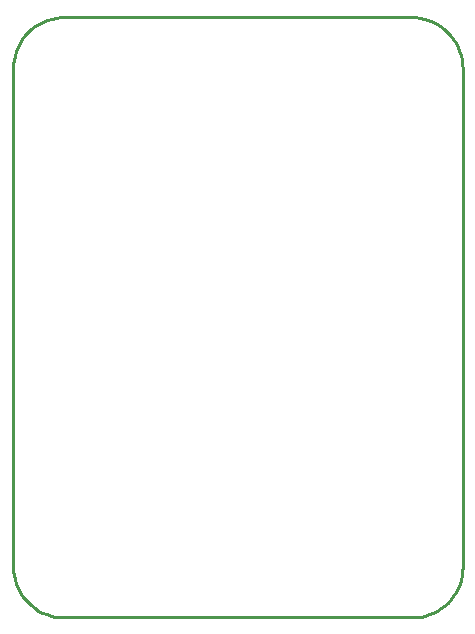
<source format=gbr>
G04 EAGLE Gerber X2 export*
%TF.Part,Single*%
%TF.FileFunction,Profile,NP*%
%TF.FilePolarity,Positive*%
%TF.GenerationSoftware,Autodesk,EAGLE,9.0.1*%
%TF.CreationDate,2018-06-18T03:38:51Z*%
G75*
%MOMM*%
%FSLAX34Y34*%
%LPD*%
%AMOC8*
5,1,8,0,0,1.08239X$1,22.5*%
G01*
%ADD10C,0.254000*%


D10*
X0Y43360D02*
X165Y39581D01*
X659Y35831D01*
X1477Y32138D01*
X2615Y28530D01*
X4063Y25036D01*
X5809Y21680D01*
X7842Y18490D01*
X10144Y15489D01*
X12700Y12700D01*
X15489Y10144D01*
X18490Y7842D01*
X21680Y5809D01*
X25036Y4063D01*
X28530Y2615D01*
X32138Y1477D01*
X35831Y659D01*
X39581Y165D01*
X43360Y0D01*
X337782Y0D01*
X341531Y164D01*
X345252Y654D01*
X348916Y1466D01*
X352495Y2594D01*
X355962Y4031D01*
X359291Y5763D01*
X362456Y7780D01*
X365433Y10064D01*
X368200Y12600D01*
X370736Y15367D01*
X373020Y18344D01*
X375037Y21509D01*
X376770Y24838D01*
X378206Y28305D01*
X379334Y31884D01*
X380146Y35548D01*
X380636Y39269D01*
X380800Y43018D01*
X380800Y464627D01*
X380633Y468452D01*
X380133Y472247D01*
X379305Y475985D01*
X378154Y479636D01*
X376689Y483173D01*
X374921Y486569D01*
X372864Y489797D01*
X370533Y492835D01*
X367947Y495657D01*
X365125Y498243D01*
X362087Y500574D01*
X358859Y502631D01*
X355463Y504399D01*
X351926Y505864D01*
X348275Y507015D01*
X344537Y507843D01*
X340742Y508343D01*
X336917Y508510D01*
X44227Y508510D01*
X40373Y508342D01*
X36547Y507838D01*
X32781Y507003D01*
X29101Y505843D01*
X25536Y504366D01*
X22114Y502585D01*
X18860Y500512D01*
X15799Y498163D01*
X12954Y495556D01*
X10347Y492711D01*
X7998Y489650D01*
X5925Y486396D01*
X4144Y482974D01*
X2667Y479409D01*
X1507Y475729D01*
X672Y471963D01*
X168Y468137D01*
X0Y464283D01*
X0Y43360D01*
M02*

</source>
